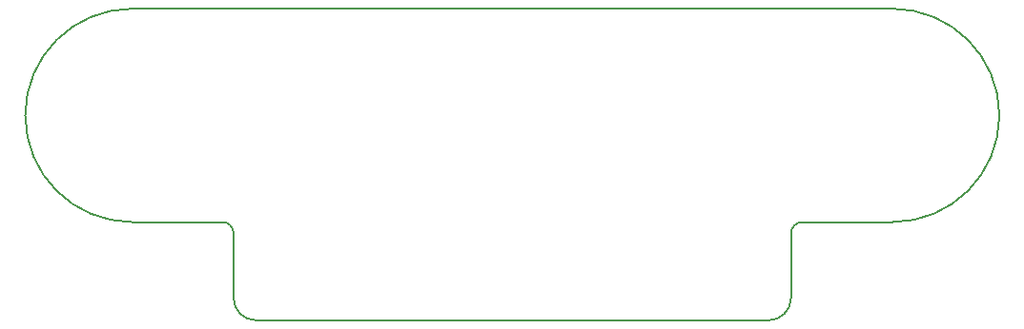
<source format=gbr>
%TF.GenerationSoftware,KiCad,Pcbnew,5.1.9-73d0e3b20d~88~ubuntu20.04.1*%
%TF.CreationDate,2021-02-21T12:43:02+01:00*%
%TF.ProjectId,input-board,696e7075-742d-4626-9f61-72642e6b6963,rev?*%
%TF.SameCoordinates,Original*%
%TF.FileFunction,Profile,NP*%
%FSLAX46Y46*%
G04 Gerber Fmt 4.6, Leading zero omitted, Abs format (unit mm)*
G04 Created by KiCad (PCBNEW 5.1.9-73d0e3b20d~88~ubuntu20.04.1) date 2021-02-21 12:43:02*
%MOMM*%
%LPD*%
G01*
G04 APERTURE LIST*
%TA.AperFunction,Profile*%
%ADD10C,0.150000*%
%TD*%
G04 APERTURE END LIST*
D10*
X109000000Y-40500000D02*
G75*
G03*
X108000000Y-39500000I-1000000J0D01*
G01*
X159500000Y-39500000D02*
G75*
G03*
X158500000Y-40500000I0J-1000000D01*
G01*
X156500000Y-48250000D02*
G75*
G03*
X158500000Y-46250000I0J2000000D01*
G01*
X109000000Y-46250000D02*
G75*
G03*
X111000000Y-48250000I2000000J0D01*
G01*
X159500000Y-39500000D02*
X167500000Y-39500000D01*
X108000000Y-39500000D02*
X100000000Y-39500000D01*
X158500000Y-46250000D02*
X158500000Y-40500000D01*
X111000000Y-48250000D02*
X156500000Y-48250000D01*
X109000000Y-40500000D02*
X109000000Y-46250000D01*
X100000000Y-20500000D02*
G75*
G03*
X100000000Y-39500000I0J-9500000D01*
G01*
X167500000Y-39500000D02*
G75*
G03*
X167500000Y-20500000I0J9500000D01*
G01*
X100000000Y-20500000D02*
X167500000Y-20500000D01*
M02*

</source>
